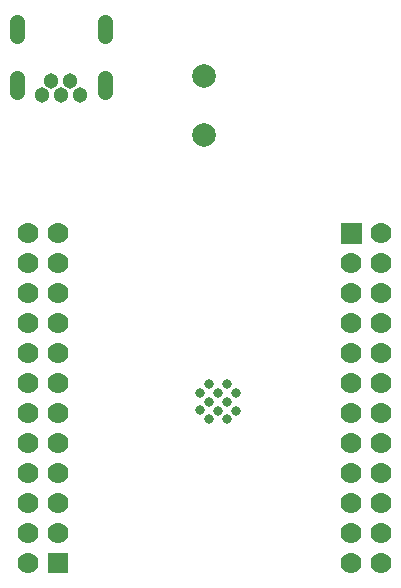
<source format=gbs>
G04 Layer: BottomSolderMaskLayer*
G04 EasyEDA v6.4.25, 2021-10-04T21:21:11--4:00*
G04 2cf70da8eae2490c89e5189a04a06a47,96b9eb17c6bf4bf1aa34359f555252a9,10*
G04 Gerber Generator version 0.2*
G04 Scale: 100 percent, Rotated: No, Reflected: No *
G04 Dimensions in millimeters *
G04 leading zeros omitted , absolute positions ,4 integer and 5 decimal *
%FSLAX45Y45*%
%MOMM*%

%ADD38C,1.3016*%
%ADD39C,2.0032*%
%ADD47R,1.7780X1.7780*%
%ADD48C,1.7780*%
%ADD56C,0.8232*%

%LPD*%
D38*
X241980Y732627D02*
G01*
X241980Y852627D01*
X241980Y257622D02*
G01*
X241980Y377621D01*
X-502010Y257622D02*
G01*
X-502010Y377621D01*
X-502010Y732627D02*
G01*
X-502010Y852627D01*
D39*
G01*
X1080079Y390062D03*
G01*
X1080079Y-109910D03*
D38*
G01*
X-292003Y227451D03*
G01*
X-132008Y227451D03*
G01*
X-211993Y347822D03*
G01*
X-51998Y347822D03*
G01*
X27985Y227451D03*
D47*
G01*
X-158094Y-3733500D03*
D48*
G01*
X-412094Y-3733500D03*
G01*
X-158094Y-3479500D03*
G01*
X-412094Y-3479500D03*
G01*
X-158094Y-3225500D03*
G01*
X-412094Y-3225500D03*
G01*
X-158094Y-2971500D03*
G01*
X-412094Y-2971500D03*
G01*
X-158094Y-2717500D03*
G01*
X-412094Y-2717500D03*
G01*
X-158094Y-2463500D03*
G01*
X-412094Y-2463500D03*
G01*
X-158094Y-2209500D03*
G01*
X-412094Y-2209500D03*
G01*
X-158094Y-1955500D03*
G01*
X-412094Y-1955500D03*
G01*
X-158094Y-1701500D03*
G01*
X-412094Y-1701500D03*
G01*
X-158094Y-1447500D03*
G01*
X-412094Y-1447500D03*
G01*
X-158094Y-1193500D03*
G01*
X-412094Y-1193500D03*
G01*
X-158094Y-939500D03*
G01*
X-412094Y-939500D03*
G36*
X2235093Y-1030432D02*
G01*
X2235093Y-852632D01*
X2412893Y-852632D01*
X2412893Y-1030432D01*
G37*
G01*
X2578018Y-941405D03*
G01*
X2324018Y-1195405D03*
G01*
X2578018Y-1195405D03*
G01*
X2324018Y-1449405D03*
G01*
X2578018Y-1449405D03*
G01*
X2324018Y-1703405D03*
G01*
X2578018Y-1703405D03*
G01*
X2324018Y-1957405D03*
G01*
X2578018Y-1957405D03*
G01*
X2324018Y-2211405D03*
G01*
X2578018Y-2211405D03*
G01*
X2324018Y-2465405D03*
G01*
X2578018Y-2465405D03*
G01*
X2324018Y-2719405D03*
G01*
X2578018Y-2719405D03*
G01*
X2324018Y-2973405D03*
G01*
X2578018Y-2973405D03*
G01*
X2324018Y-3227405D03*
G01*
X2578018Y-3227405D03*
G01*
X2324018Y-3481405D03*
G01*
X2578018Y-3481405D03*
G01*
X2324018Y-3735405D03*
G01*
X2578018Y-3735405D03*
D56*
G01*
X1274008Y-2515036D03*
G01*
X1123995Y-2515036D03*
G01*
X1048989Y-2440030D03*
G01*
X1048989Y-2290018D03*
G01*
X1123995Y-2215037D03*
G01*
X1274008Y-2215037D03*
G01*
X1274008Y-2365024D03*
G01*
X1123995Y-2365024D03*
G01*
X1199001Y-2445034D03*
G01*
X1199001Y-2289027D03*
G01*
X1349014Y-2442011D03*
G01*
X1348988Y-2289027D03*
M02*

</source>
